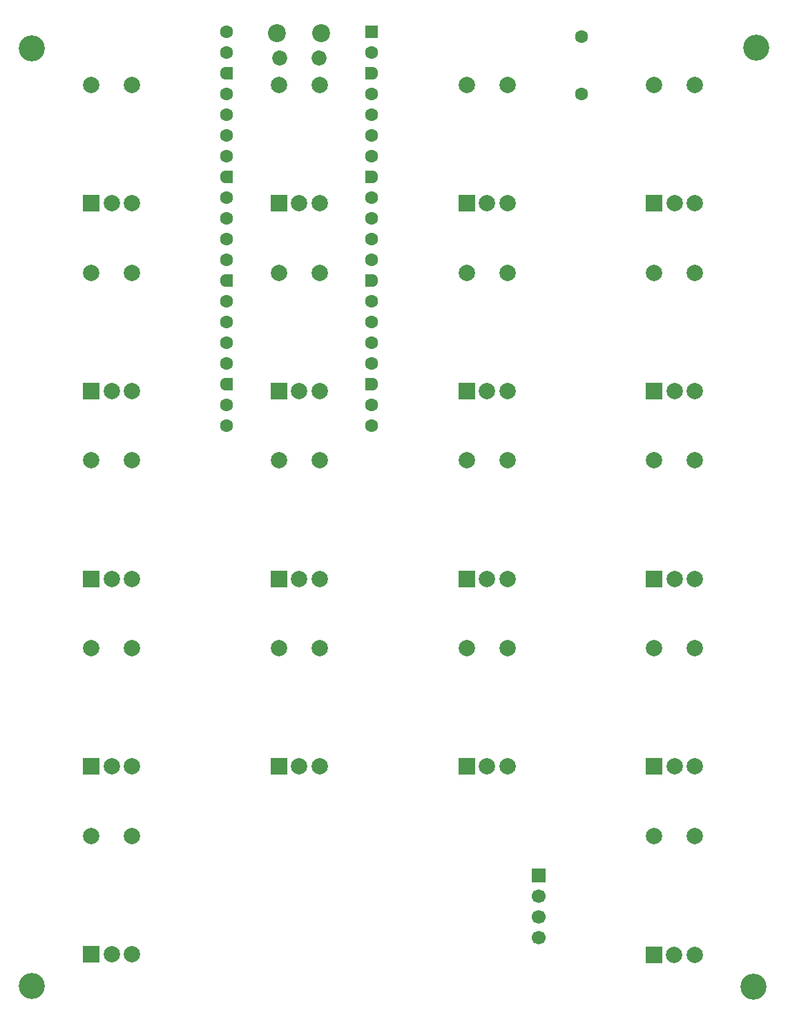
<source format=gbr>
%TF.GenerationSoftware,KiCad,Pcbnew,9.0.6*%
%TF.CreationDate,2025-12-05T21:30:18-05:00*%
%TF.ProjectId,PicoMIDIcontroller,5069636f-4d49-4444-9963-6f6e74726f6c,rev?*%
%TF.SameCoordinates,Original*%
%TF.FileFunction,Soldermask,Top*%
%TF.FilePolarity,Negative*%
%FSLAX46Y46*%
G04 Gerber Fmt 4.6, Leading zero omitted, Abs format (unit mm)*
G04 Created by KiCad (PCBNEW 9.0.6) date 2025-12-05 21:30:18*
%MOMM*%
%LPD*%
G01*
G04 APERTURE LIST*
G04 Aperture macros list*
%AMRoundRect*
0 Rectangle with rounded corners*
0 $1 Rounding radius*
0 $2 $3 $4 $5 $6 $7 $8 $9 X,Y pos of 4 corners*
0 Add a 4 corners polygon primitive as box body*
4,1,4,$2,$3,$4,$5,$6,$7,$8,$9,$2,$3,0*
0 Add four circle primitives for the rounded corners*
1,1,$1+$1,$2,$3*
1,1,$1+$1,$4,$5*
1,1,$1+$1,$6,$7*
1,1,$1+$1,$8,$9*
0 Add four rect primitives between the rounded corners*
20,1,$1+$1,$2,$3,$4,$5,0*
20,1,$1+$1,$4,$5,$6,$7,0*
20,1,$1+$1,$6,$7,$8,$9,0*
20,1,$1+$1,$8,$9,$2,$3,0*%
%AMFreePoly0*
4,1,37,0.603843,0.796157,0.639018,0.796157,0.711114,0.766294,0.766294,0.711114,0.796157,0.639018,0.796157,0.603843,0.800000,0.600000,0.800000,-0.600000,0.796157,-0.603843,0.796157,-0.639018,0.766294,-0.711114,0.711114,-0.766294,0.639018,-0.796157,0.603843,-0.796157,0.600000,-0.800000,0.000000,-0.800000,0.000000,-0.796148,-0.078414,-0.796148,-0.232228,-0.765552,-0.377117,-0.705537,
-0.507515,-0.618408,-0.618408,-0.507515,-0.705537,-0.377117,-0.765552,-0.232228,-0.796148,-0.078414,-0.796148,0.078414,-0.765552,0.232228,-0.705537,0.377117,-0.618408,0.507515,-0.507515,0.618408,-0.377117,0.705537,-0.232228,0.765552,-0.078414,0.796148,0.000000,0.796148,0.000000,0.800000,0.600000,0.800000,0.603843,0.796157,0.603843,0.796157,$1*%
%AMFreePoly1*
4,1,37,0.000000,0.796148,0.078414,0.796148,0.232228,0.765552,0.377117,0.705537,0.507515,0.618408,0.618408,0.507515,0.705537,0.377117,0.765552,0.232228,0.796148,0.078414,0.796148,-0.078414,0.765552,-0.232228,0.705537,-0.377117,0.618408,-0.507515,0.507515,-0.618408,0.377117,-0.705537,0.232228,-0.765552,0.078414,-0.796148,0.000000,-0.796148,0.000000,-0.800000,-0.600000,-0.800000,
-0.603843,-0.796157,-0.639018,-0.796157,-0.711114,-0.766294,-0.766294,-0.711114,-0.796157,-0.639018,-0.796157,-0.603843,-0.800000,-0.600000,-0.800000,0.600000,-0.796157,0.603843,-0.796157,0.639018,-0.766294,0.711114,-0.711114,0.766294,-0.639018,0.796157,-0.603843,0.796157,-0.600000,0.800000,0.000000,0.800000,0.000000,0.796148,0.000000,0.796148,$1*%
G04 Aperture macros list end*
%ADD10R,2.000000X2.000000*%
%ADD11C,2.000000*%
%ADD12C,1.600000*%
%ADD13C,3.200000*%
%ADD14R,1.700000X1.700000*%
%ADD15C,1.700000*%
%ADD16C,2.200000*%
%ADD17C,1.850000*%
%ADD18RoundRect,0.200000X0.600000X0.600000X-0.600000X0.600000X-0.600000X-0.600000X0.600000X-0.600000X0*%
%ADD19FreePoly0,180.000000*%
%ADD20FreePoly1,180.000000*%
G04 APERTURE END LIST*
D10*
%TO.C,SW2*%
X68575000Y-66500000D03*
D11*
X73575000Y-66500000D03*
X71075000Y-66500000D03*
X73575000Y-52000000D03*
X68575000Y-52000000D03*
%TD*%
D10*
%TO.C,SW1*%
X45575000Y-66500000D03*
D11*
X50575000Y-66500000D03*
X48075000Y-66500000D03*
X50575000Y-52000000D03*
X45575000Y-52000000D03*
%TD*%
D10*
%TO.C,SW3*%
X91575000Y-66500000D03*
D11*
X96575000Y-66500000D03*
X94075000Y-66500000D03*
X96575000Y-52000000D03*
X91575000Y-52000000D03*
%TD*%
D10*
%TO.C,SW4*%
X114575000Y-66500000D03*
D11*
X119575000Y-66500000D03*
X117075000Y-66500000D03*
X119575000Y-52000000D03*
X114575000Y-52000000D03*
%TD*%
D12*
%TO.C,J2*%
X105700000Y-53100000D03*
X105700000Y-46100000D03*
%TD*%
D10*
%TO.C,SW18*%
X114525000Y-158575000D03*
D11*
X119525000Y-158575000D03*
X117025000Y-158575000D03*
X119525000Y-144075000D03*
X114525000Y-144075000D03*
%TD*%
D10*
%TO.C,SW17*%
X45575000Y-158500000D03*
D11*
X50575000Y-158500000D03*
X48075000Y-158500000D03*
X50575000Y-144000000D03*
X45575000Y-144000000D03*
%TD*%
D10*
%TO.C,SW16*%
X114575000Y-135500000D03*
D11*
X119575000Y-135500000D03*
X117075000Y-135500000D03*
X119575000Y-121000000D03*
X114575000Y-121000000D03*
%TD*%
D10*
%TO.C,SW15*%
X91575000Y-135500000D03*
D11*
X96575000Y-135500000D03*
X94075000Y-135500000D03*
X96575000Y-121000000D03*
X91575000Y-121000000D03*
%TD*%
D10*
%TO.C,SW14*%
X68575000Y-135500000D03*
D11*
X73575000Y-135500000D03*
X71075000Y-135500000D03*
X73575000Y-121000000D03*
X68575000Y-121000000D03*
%TD*%
D10*
%TO.C,SW13*%
X45575000Y-135500000D03*
D11*
X50575000Y-135500000D03*
X48075000Y-135500000D03*
X50575000Y-121000000D03*
X45575000Y-121000000D03*
%TD*%
D10*
%TO.C,SW9*%
X45575000Y-112500000D03*
D11*
X50575000Y-112500000D03*
X48075000Y-112500000D03*
X50575000Y-98000000D03*
X45575000Y-98000000D03*
%TD*%
D10*
%TO.C,SW10*%
X68575000Y-112500000D03*
D11*
X73575000Y-112500000D03*
X71075000Y-112500000D03*
X73575000Y-98000000D03*
X68575000Y-98000000D03*
%TD*%
D10*
%TO.C,SW11*%
X91575000Y-112500000D03*
D11*
X96575000Y-112500000D03*
X94075000Y-112500000D03*
X96575000Y-98000000D03*
X91575000Y-98000000D03*
%TD*%
D10*
%TO.C,SW12*%
X114575000Y-112500000D03*
D11*
X119575000Y-112500000D03*
X117075000Y-112500000D03*
X119575000Y-98000000D03*
X114575000Y-98000000D03*
%TD*%
D10*
%TO.C,SW8*%
X114575000Y-89500000D03*
D11*
X119575000Y-89500000D03*
X117075000Y-89500000D03*
X119575000Y-75000000D03*
X114575000Y-75000000D03*
%TD*%
D10*
%TO.C,SW7*%
X91575000Y-89500000D03*
D11*
X96575000Y-89500000D03*
X94075000Y-89500000D03*
X96575000Y-75000000D03*
X91575000Y-75000000D03*
%TD*%
D10*
%TO.C,SW6*%
X68575000Y-89500000D03*
D11*
X73575000Y-89500000D03*
X71075000Y-89500000D03*
X73575000Y-75000000D03*
X68575000Y-75000000D03*
%TD*%
D10*
%TO.C,SW5*%
X45575000Y-89500000D03*
D11*
X50575000Y-89500000D03*
X48075000Y-89500000D03*
X50575000Y-75000000D03*
X45575000Y-75000000D03*
%TD*%
D13*
%TO.C,H1*%
X38275000Y-47500000D03*
%TD*%
%TO.C,H4*%
X38300000Y-162425000D03*
%TD*%
%TO.C,H3*%
X126775000Y-162475000D03*
%TD*%
%TO.C,H2*%
X127100000Y-47425000D03*
%TD*%
D14*
%TO.C,U4*%
X100450000Y-148820000D03*
D15*
X100450000Y-151360000D03*
X100450000Y-153900000D03*
X100450000Y-156440000D03*
%TD*%
D16*
%TO.C,A1*%
X73775000Y-45650000D03*
D17*
X73475000Y-48680000D03*
X68625000Y-48680000D03*
D16*
X68325000Y-45650000D03*
D18*
X79940000Y-45520000D03*
D12*
X79940000Y-48060000D03*
D19*
X79940000Y-50600000D03*
D12*
X79940000Y-53140000D03*
X79940000Y-55680000D03*
X79940000Y-58220000D03*
X79940000Y-60760000D03*
D19*
X79940000Y-63300000D03*
D12*
X79940000Y-65840000D03*
X79940000Y-68380000D03*
X79940000Y-70920000D03*
X79940000Y-73460000D03*
D19*
X79940000Y-76000000D03*
D12*
X79940000Y-78540000D03*
X79940000Y-81080000D03*
X79940000Y-83620000D03*
X79940000Y-86160000D03*
D19*
X79940000Y-88700000D03*
D12*
X79940000Y-91240000D03*
X79940000Y-93780000D03*
X62160000Y-93780000D03*
X62160000Y-91240000D03*
D20*
X62160000Y-88700000D03*
D12*
X62160000Y-86160000D03*
X62160000Y-83620000D03*
X62160000Y-81080000D03*
X62160000Y-78540000D03*
D20*
X62160000Y-76000000D03*
D12*
X62160000Y-73460000D03*
X62160000Y-70920000D03*
X62160000Y-68380000D03*
X62160000Y-65840000D03*
D20*
X62160000Y-63300000D03*
D12*
X62160000Y-60760000D03*
X62160000Y-58220000D03*
X62160000Y-55680000D03*
X62160000Y-53140000D03*
D20*
X62160000Y-50600000D03*
D12*
X62160000Y-48060000D03*
X62160000Y-45520000D03*
%TD*%
M02*

</source>
